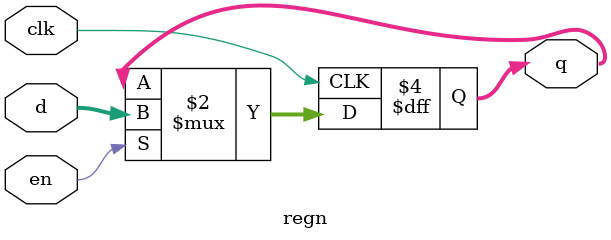
<source format=v>
`timescale 1ns/1ps

module regn #(parameter N = 8) (
    input clk,
    input en,
    input [N-1:0] d,
    output reg [N-1:0] q
);
    always @(posedge clk)
        if (en)
            q <= d;
endmodule
</source>
